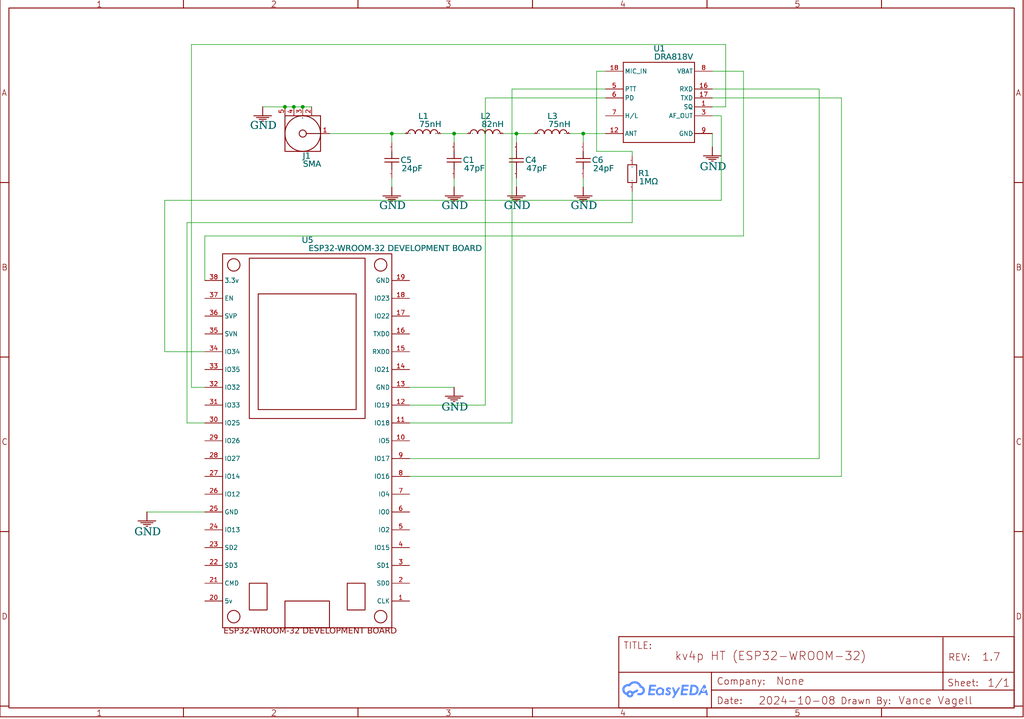
<source format=kicad_sch>
(kicad_sch (version 20231120) (generator "eeschema") (generator_version "8.0")
  (paper "User" 292.1 205.105)
  (lib_symbols
    (symbol "C1005NP0240JGTS"
      (property "Reference" "C5" (at 2.54 0.8763 0))
      (property "Value" "24pF" (at 2.54 -1.4351 0))
      (symbol "C1005NP0240JGTS_0_0"
        (pin unspecified line (at 0 -5.08 90) (length 2.54) (name "1") (number "1"))
        (pin unspecified line (at 0 5.08 270) (length 2.54) (name "2") (number "2"))
      )
    )
    (symbol "C1005NP0240JGTS_1"
      (property "Reference" "C6" (at 2.54 0.8763 0))
      (property "Value" "24pF" (at 2.54 -1.4351 0))
      (symbol "C1005NP0240JGTS_1_0_0"
        (pin unspecified line (at 0 -5.08 90) (length 2.54) (name "1") (number "1"))
        (pin unspecified line (at 0 5.08 270) (length 2.54) (name "2") (number "2"))
      )
    )
    (symbol "C1608NP0470JGTS"
      (property "Reference" "C1" (at 2.54 0.8763 0))
      (property "Value" "47pF" (at 2.54 -1.4097 0))
      (symbol "C1608NP0470JGTS_0_0"
        (pin unspecified line (at 0 -5.08 90) (length 2.54) (name "1") (number "1"))
        (pin unspecified line (at 0 5.08 270) (length 2.54) (name "2") (number "2"))
      )
    )
    (symbol "C1608NP0470JGTS_1"
      (property "Reference" "C4" (at 2.54 0.8763 0))
      (property "Value" "47pF" (at 2.54 -1.4097 0))
      (symbol "C1608NP0470JGTS_1_0_0"
        (pin unspecified line (at 0 -5.08 90) (length 2.54) (name "1") (number "1"))
        (pin unspecified line (at 0 5.08 270) (length 2.54) (name "2") (number "2"))
      )
    )
    (symbol "CONSMA002"
      (property "Reference" "J1" (at -1.2446 -6.8199 0))
      (property "Value" "SMA" (at -1.2446 -9.0551 0))
      (symbol "CONSMA002_0_0"
        (pin unspecified line (at 6.35 -1.27 180) (length 2.54) (name "Signal") (number "1"))
        (pin passive line (at 1.27 6.35 270) (length 2.54) (name "GND") (number "2"))
        (pin passive line (at -1.27 6.35 270) (length 2.54) (name "GND") (number "3"))
        (pin passive line (at -3.81 6.35 270) (length 2.54) (name "GND") (number "4"))
        (pin passive line (at -6.35 6.35 270) (length 2.54) (name "GND") (number "5"))
      )
    )
    (symbol "DRA818V_DRA818V"
      (property "Reference" "U1" (at -1.4986 16.4211 0))
      (property "Value" "DRA818V" (at -1.4986 14.1351 0))
      (symbol "DRA818V_DRA818V_0_0"
        (pin bidirectional line (at 15.24 -1.016 180) (length 4.9784) (name "SQ") (number "1"))
        (pin bidirectional line (at 15.24 -8.636 180) (length 4.9784) (name "GND") (number "10"))
        (pin bidirectional line (at -15.24 -8.636 0) (length 4.9784) (name "ANT") (number "12"))
        (pin bidirectional line (at 15.24 4.064 180) (length 4.9784) (name "RXD") (number "16"))
        (pin bidirectional line (at 15.24 1.524 180) (length 4.9784) (name "TXD") (number "17"))
        (pin bidirectional line (at -15.24 9.144 0) (length 4.9784) (name "MIC_IN") (number "18"))
        (pin bidirectional line (at 15.24 -3.556 180) (length 4.9784) (name "AF_OUT") (number "3"))
        (pin bidirectional line (at -15.24 4.064 0) (length 4.9784) (name "PTT") (number "5"))
        (pin bidirectional line (at -15.24 1.524 0) (length 4.9784) (name "PD") (number "6"))
        (pin bidirectional line (at -15.24 -3.556 0) (length 4.9784) (name "H/L") (number "7"))
        (pin bidirectional line (at 15.24 9.144 180) (length 4.9784) (name "VBAT") (number "8"))
        (pin bidirectional line (at 15.24 -8.636 180) (length 4.9784) (name "GND") (number "9"))
      )
    )
    (symbol "ERJ6ENF1004V"
      (property "Reference" "R1" (at 1.778 0.9271 0))
      (property "Value" "1MΩ" (at 1.778 -1.3589 0))
      (symbol "ERJ6ENF1004V_0_0"
        (pin unspecified line (at 0 -5.08 90) (length 2.54) (name "1") (number "1"))
        (pin unspecified line (at 0 5.08 270) (length 2.54) (name "2") (number "2"))
      )
    )
    (symbol "ESP32-WROOM-32 DEVELOPMENT BOARD"
      (property "Reference" "U5" (at -7.8486 58.0771 0))
      (property "Value" "ESP32-WROOM-32 DEVELOPMENT BOARD" (at -7.8486 55.7911 0))
      (symbol "ESP32-WROOM-32 DEVELOPMENT BOARD_0_0"
        (text "ESP32-WROOM-32 DEVELOPMENT BOARD" (at -30.226 -53.2765 0) (effects (font (size 1.6891 1.6891)) (justify left top)))
        (pin bidirectional line (at 22.86 -45.72 180) (length 5.08) (name "CLK") (number "1"))
        (pin bidirectional line (at 22.86 0 180) (length 5.08) (name "IO5") (number "10"))
        (pin bidirectional line (at 22.86 5.08 180) (length 5.08) (name "IO18") (number "11"))
        (pin bidirectional line (at 22.86 10.16 180) (length 5.08) (name "IO19") (number "12"))
        (pin passive line (at 22.86 15.24 180) (length 5.08) (name "GND") (number "13"))
        (pin bidirectional line (at 22.86 20.32 180) (length 5.08) (name "IO21") (number "14"))
        (pin bidirectional line (at 22.86 25.4 180) (length 5.08) (name "RXD0") (number "15"))
        (pin bidirectional line (at 22.86 30.48 180) (length 5.08) (name "TXD0") (number "16"))
        (pin bidirectional line (at 22.86 35.56 180) (length 5.08) (name "IO22") (number "17"))
        (pin bidirectional line (at 22.86 40.64 180) (length 5.08) (name "IO23") (number "18"))
        (pin passive line (at 22.86 45.72 180) (length 5.08) (name "GND") (number "19"))
        (pin bidirectional line (at 22.86 -40.64 180) (length 5.08) (name "SD0") (number "2"))
        (pin passive line (at -35.56 -45.72 0) (length 5.08) (name "5v") (number "20"))
        (pin bidirectional line (at -35.56 -40.64 0) (length 5.08) (name "CMD") (number "21"))
        (pin bidirectional line (at -35.56 -35.56 0) (length 5.08) (name "SD3") (number "22"))
        (pin bidirectional line (at -35.56 -30.48 0) (length 5.08) (name "SD2") (number "23"))
        (pin bidirectional line (at -35.56 -25.4 0) (length 5.08) (name "IO13") (number "24"))
        (pin passive line (at -35.56 -20.32 0) (length 5.08) (name "GND") (number "25"))
        (pin bidirectional line (at -35.56 -15.24 0) (length 5.08) (name "IO12") (number "26"))
        (pin bidirectional line (at -35.56 -10.16 0) (length 5.08) (name "IO14") (number "27"))
        (pin bidirectional line (at -35.56 -5.08 0) (length 5.08) (name "IO27") (number "28"))
        (pin bidirectional line (at -35.56 0 0) (length 5.08) (name "IO26") (number "29"))
        (pin bidirectional line (at 22.86 -35.56 180) (length 5.08) (name "SD1") (number "3"))
        (pin bidirectional line (at -35.56 5.08 0) (length 5.08) (name "IO25") (number "30"))
        (pin bidirectional line (at -35.56 10.16 0) (length 5.08) (name "IO33") (number "31"))
        (pin bidirectional line (at -35.56 15.24 0) (length 5.08) (name "IO32") (number "32"))
        (pin bidirectional line (at -35.56 20.32 0) (length 5.08) (name "IO35") (number "33"))
        (pin bidirectional line (at -35.56 25.4 0) (length 5.08) (name "IO34") (number "34"))
        (pin bidirectional line (at -35.56 30.48 0) (length 5.08) (name "SVN") (number "35"))
        (pin bidirectional line (at -35.56 35.56 0) (length 5.08) (name "SVP") (number "36"))
        (pin bidirectional line (at -35.56 40.64 0) (length 5.08) (name "EN") (number "37"))
        (pin passive line (at -35.56 45.72 0) (length 5.08) (name "3.3v") (number "38"))
        (pin bidirectional line (at 22.86 -30.48 180) (length 5.08) (name "IO15") (number "4"))
        (pin bidirectional line (at 22.86 -25.4 180) (length 5.08) (name "IO2") (number "5"))
        (pin bidirectional line (at 22.86 -20.32 180) (length 5.08) (name "IO0") (number "6"))
        (pin bidirectional line (at 22.86 -15.24 180) (length 5.08) (name "IO4") (number "7"))
        (pin bidirectional line (at 22.86 -10.16 180) (length 5.08) (name "IO16") (number "8"))
        (pin bidirectional line (at 22.86 -5.08 180) (length 5.08) (name "IO17") (number "9"))
      )
    )
    (symbol "FEC1008CP-82NG-LRH"
      (property "Reference" "L2" (at -1.2954 5.7785 0))
      (property "Value" "82nH" (at -1.2954 3.5433 0))
      (symbol "FEC1008CP-82NG-LRH_0_0"
        (pin unspecified line (at -5.08 0 0) (length 0.762) (name "1") (number "1"))
        (pin unspecified line (at 5.08 0 180) (length 0.762) (name "2") (number "2"))
      )
    )
    (symbol "GND" (power) (pin_numbers hide) (pin_names hide)
      (property "Value" "GND" (at 0 6.35 0))
      (symbol "GND_0_0"
        (pin power_in line (at 0 0 270) (length 0) (name "GND") (number "1"))
      )
    )
    (symbol "HEC1008-75NJ-T"
      (property "Reference" "L1" (at -1.2954 5.7785 0))
      (property "Value" "75nH" (at -1.2954 3.5433 0))
      (symbol "HEC1008-75NJ-T_0_0"
        (pin unspecified line (at -5.08 0 0) (length 0.762) (name "1") (number "1"))
        (pin unspecified line (at 5.08 0 180) (length 0.762) (name "2") (number "2"))
      )
    )
    (symbol "HEC1008-75NJ-T_1"
      (property "Reference" "L3" (at -1.2954 5.7785 0))
      (property "Value" "75nH" (at -1.2954 3.5433 0))
      (symbol "HEC1008-75NJ-T_1_0_0"
        (pin unspecified line (at -5.08 0 0) (length 0.762) (name "1") (number "1"))
        (pin unspecified line (at 5.08 0 180) (length 0.762) (name "2") (number "2"))
      )
    )
    (symbol "Unknown_0_-806"
      (symbol "Unknown_0_-806_0_0"
        (text "1" (at 27.432 -202.6539 0) (effects (font (size 1.6891 1.6891)) (justify left top)))
        (text "1" (at 27.432 -0.4699 0) (effects (font (size 1.6891 1.6891)) (justify left top)))
        (text "1.7" (at 280.0604 -186.3471 0) (effects (font (size 2.1717 2.1717)) (justify left top)))
        (text "1/1" (at 281.5844 -193.7639 0) (effects (font (size 2.1717 2.1717)) (justify left top)))
        (text "2" (at 77.216 -202.6539 0) (effects (font (size 1.6891 1.6891)) (justify left top)))
        (text "2" (at 77.216 -0.4699 0) (effects (font (size 1.6891 1.6891)) (justify left top)))
        (text "2024-10-08" (at 216.3064 -198.8439 0) (effects (font (size 2.1717 2.1717)) (justify left top)))
        (text "3" (at 127 -202.6539 0) (effects (font (size 1.6891 1.6891)) (justify left top)))
        (text "3" (at 127 -0.4699 0) (effects (font (size 1.6891 1.6891)) (justify left top)))
        (text "4" (at 176.784 -202.6539 0) (effects (font (size 1.6891 1.6891)) (justify left top)))
        (text "4" (at 176.784 -0.4699 0) (effects (font (size 1.6891 1.6891)) (justify left top)))
        (text "5" (at 226.568 -202.6539 0) (effects (font (size 1.6891 1.6891)) (justify left top)))
        (text "5" (at 226.568 -0.4699 0) (effects (font (size 1.6891 1.6891)) (justify left top)))
        (text "A" (at 0.381 -25.7429 0) (effects (font (size 1.6891 1.6891)) (justify left top)))
        (text "A" (at 289.687 -25.7429 0) (effects (font (size 1.6891 1.6891)) (justify left top)))
        (text "B" (at 0.381 -75.5269 0) (effects (font (size 1.6891 1.6891)) (justify left top)))
        (text "B" (at 289.687 -75.5269 0) (effects (font (size 1.6891 1.6891)) (justify left top)))
        (text "C" (at 0.381 -125.3109 0) (effects (font (size 1.6891 1.6891)) (justify left top)))
        (text "C" (at 289.687 -125.3109 0) (effects (font (size 1.6891 1.6891)) (justify left top)))
        (text "Company:" (at 204.3684 -193.4464 0) (effects (font (size 1.9304 1.9304)) (justify left top)))
        (text "D" (at 0.381 -175.0949 0) (effects (font (size 1.6891 1.6891)) (justify left top)))
        (text "D" (at 289.687 -175.0949 0) (effects (font (size 1.6891 1.6891)) (justify left top)))
        (text "Date:" (at 204.3684 -198.9836 0) (effects (font (size 1.9304 1.9304)) (justify left top)))
        (text "Drawn By:" (at 239.6744 -199.0344 0) (effects (font (size 1.9304 1.9304)) (justify left top)))
        (text "kv4p HT (ESP32-WROOM-32)" (at 192.4304 -185.928 0) (effects (font (size 2.413 2.413)) (justify left top)))
        (text "None" (at 221.2848 -193.2305 0) (effects (font (size 2.1717 2.1717)) (justify left top)))
        (text "REV:" (at 270.4084 -186.5884 0) (effects (font (size 1.9304 1.9304)) (justify left top)))
        (text "Sheet:" (at 270.1544 -193.9036 0) (effects (font (size 1.9304 1.9304)) (justify left top)))
        (text "TITLE:" (at 177.7746 -183.2356 0) (effects (font (size 1.9304 1.9304)) (justify left top)))
        (text "Vance Vagell" (at 256.1844 -198.7931 0) (effects (font (size 2.1717 2.1717)) (justify left top)))
      )
    )
  )
  (junction (at 166.37 38.1))
  (junction (at 83.82 30.48))
  (junction (at 86.36 30.48))
  (junction (at 81.28 30.48))
  (junction (at 129.54 38.1))
  (junction (at 147.32 38.1))
  (junction (at 111.76 38.1))
  (wire (pts (xy 129.54 38.1) (xy 125.73 38.1)))
  (wire (pts (xy 146.05 120.65) (xy 116.84 120.65)))
  (wire (pts (xy 147.32 38.1) (xy 143.51 38.1)))
  (wire (pts (xy 54.61 110.49) (xy 58.42 110.49)))
  (wire (pts (xy 207.01 12.7) (xy 54.61 12.7)))
  (wire (pts (xy 166.37 53.34) (xy 166.37 50.8)))
  (wire (pts (xy 172.72 27.94) (xy 138.43 27.94)))
  (wire (pts (xy 233.68 130.81) (xy 116.84 130.81)))
  (wire (pts (xy 203.2 30.48) (xy 207.01 30.48)))
  (wire (pts (xy 115.57 38.1) (xy 111.76 38.1)))
  (wire (pts (xy 166.37 40.64) (xy 166.37 38.1)))
  (wire (pts (xy 172.72 20.32) (xy 170.18 20.32)))
  (wire (pts (xy 203.2 25.4) (xy 233.68 25.4)))
  (wire (pts (xy 138.43 27.94) (xy 138.43 115.57)))
  (wire (pts (xy 212.09 20.32) (xy 212.09 67.31)))
  (wire (pts (xy 58.42 67.31) (xy 58.42 80.01)))
  (wire (pts (xy 172.72 38.1) (xy 166.37 38.1)))
  (wire (pts (xy 46.99 57.15) (xy 46.99 100.33)))
  (wire (pts (xy 166.37 38.1) (xy 162.56 38.1)))
  (wire (pts (xy 180.34 54.61) (xy 180.34 63.5)))
  (wire (pts (xy 180.34 43.18) (xy 170.18 43.18)))
  (wire (pts (xy 53.34 63.5) (xy 53.34 120.65)))
  (wire (pts (xy 240.03 135.89) (xy 116.84 135.89)))
  (wire (pts (xy 133.35 38.1) (xy 129.54 38.1)))
  (wire (pts (xy 46.99 100.33) (xy 58.42 100.33)))
  (wire (pts (xy 233.68 25.4) (xy 233.68 130.81)))
  (wire (pts (xy 81.28 30.48) (xy 83.82 30.48)))
  (wire (pts (xy 58.42 146.05) (xy 41.91 146.05)))
  (wire (pts (xy 129.54 40.64) (xy 129.54 38.1)))
  (wire (pts (xy 54.61 12.7) (xy 54.61 110.49)))
  (wire (pts (xy 138.43 115.57) (xy 116.84 115.57)))
  (wire (pts (xy 58.42 67.31) (xy 212.09 67.31)))
  (wire (pts (xy 205.74 33.02) (xy 205.74 57.15)))
  (wire (pts (xy 83.82 30.48) (xy 86.36 30.48)))
  (wire (pts (xy 129.54 53.34) (xy 129.54 50.8)))
  (wire (pts (xy 180.34 44.45) (xy 180.34 43.18)))
  (wire (pts (xy 152.4 38.1) (xy 147.32 38.1)))
  (wire (pts (xy 116.84 110.49) (xy 129.54 110.49)))
  (wire (pts (xy 172.72 25.4) (xy 146.05 25.4)))
  (wire (pts (xy 203.2 38.1) (xy 203.2 41.91)))
  (wire (pts (xy 207.01 30.48) (xy 207.01 12.7)))
  (wire (pts (xy 93.98 38.1) (xy 111.76 38.1)))
  (wire (pts (xy 203.2 20.32) (xy 212.09 20.32)))
  (wire (pts (xy 147.32 40.64) (xy 147.32 38.1)))
  (wire (pts (xy 203.2 33.02) (xy 205.74 33.02)))
  (wire (pts (xy 111.76 38.1) (xy 111.76 40.64)))
  (wire (pts (xy 240.03 27.94) (xy 240.03 135.89)))
  (wire (pts (xy 74.93 30.48) (xy 81.28 30.48)))
  (wire (pts (xy 53.34 120.65) (xy 58.42 120.65)))
  (wire (pts (xy 146.05 25.4) (xy 146.05 120.65)))
  (wire (pts (xy 170.18 20.32) (xy 170.18 43.18)))
  (wire (pts (xy 46.99 57.15) (xy 205.74 57.15)))
  (wire (pts (xy 86.36 30.48) (xy 88.9 30.48)))
  (wire (pts (xy 147.32 50.8) (xy 147.32 53.34)))
  (wire (pts (xy 180.34 63.5) (xy 53.34 63.5)))
  (wire (pts (xy 203.2 27.94) (xy 240.03 27.94)))
  (wire (pts (xy 111.76 53.34) (xy 111.76 50.8)))
  (symbol (lib_id "C1608NP0470JGTS") (at 129.54 45.72 0) (unit 0)
    (property "Reference" "C1" (at 132.08 44.8437 0) (effects (font (size 1.6891 1.6891)) (justify left top)))
    (property "Value" "47pF" (at 132.08 47.1297 0) (effects (font (size 1.6891 1.6891)) (justify left top)))
    (property "Manufacturer Part" "C1608NP0470JGTS" (effects (hide yes)))
    (property "Manufacturer" "DARFON(达方)" (effects (hide yes)))
    (property "Supplier Part" "C725574" (effects (hide yes)))
    (property "Supplier" "LCSC" (effects (hide yes)))
  )
  (symbol (lib_id "GND") (at 129.54 110.49 0) (unit 0)
    (property "Reference" "#PWR?" (effects (hide yes)))
    (property "Value" "GND" (at 126.238 117.4242 0) (effects (font (size 2.1717 2.1717)) (justify left bottom)))
    (property "Description" "Power symbol creates a global label with name 'GND'" (effects (hide yes)))
  )
  (symbol (lib_id "FEC1008CP-82NG-LRH") (at 138.43 38.1 0) (unit 0)
    (property "Reference" "L2" (at 137.1346 32.3215 0) (effects (font (size 1.6891 1.6891)) (justify left top)))
    (property "Value" "82nH" (at 137.1346 34.5567 0) (effects (font (size 1.6891 1.6891)) (justify left top)))
    (property "Manufacturer Part" "FEC1008CP-82NG-LRH" (effects (hide yes)))
    (property "Manufacturer" "PSA(信昌电陶)" (effects (hide yes)))
    (property "Supplier Part" "C346434" (effects (hide yes)))
    (property "Supplier" "LCSC" (effects (hide yes)))
  )
  (symbol (lib_id "GND") (at 147.32 53.34 0) (unit 0)
    (property "Reference" "#PWR?" (effects (hide yes)))
    (property "Value" "GND" (at 144.018 59.944 0) (effects (font (size 2.1717 2.1717)) (justify left bottom)))
    (property "Description" "Power symbol creates a global label with name 'GND'" (effects (hide yes)))
  )
  (symbol (lib_id "C1005NP0240JGTS") (at 111.76 45.72 0) (unit 0)
    (property "Reference" "C5" (at 114.3 44.8437 0) (effects (font (size 1.6891 1.6891)) (justify left top)))
    (property "Value" "24pF" (at 114.3 47.1551 0) (effects (font (size 1.6891 1.6891)) (justify left top)))
    (property "Manufacturer Part" "C1005NP0240JGTS" (effects (hide yes)))
    (property "Manufacturer" "DARFON(达方)" (effects (hide yes)))
    (property "Supplier Part" "C147433" (effects (hide yes)))
    (property "Supplier" "LCSC" (effects (hide yes)))
  )
  (symbol (lib_id "CONSMA002") (at 87.63 36.83 0) (unit 0)
    (property "Reference" "J1" (at 86.3854 43.6499 0) (effects (font (size 1.6891 1.6891)) (justify left top)))
    (property "Value" "SMA" (at 86.3854 45.8851 0) (effects (font (size 1.6891 1.6891)) (justify left top)))
  )
  (symbol (lib_id "ESP32-WROOM-32 DEVELOPMENT BOARD") (at 93.98 125.73 0) (unit 0)
    (property "Reference" "U5" (at 86.1314 67.6529 0) (effects (font (size 1.6891 1.6891)) (justify left top)))
    (property "Value" "ESP32-WROOM-32 DEVELOPMENT BOARD" (at 86.1314 69.9389 0) (effects (font (size 1.6891 1.6891)) (justify left top)))
  )
  (symbol (lib_id "C1608NP0470JGTS_1") (at 147.32 45.72 0) (unit 0)
    (property "Reference" "C4" (at 149.86 44.8437 0) (effects (font (size 1.6891 1.6891)) (justify left top)))
    (property "Value" "47pF" (at 149.86 47.1297 0) (effects (font (size 1.6891 1.6891)) (justify left top)))
    (property "Manufacturer Part" "C1608NP0470JGTS" (effects (hide yes)))
    (property "Manufacturer" "DARFON(达方)" (effects (hide yes)))
    (property "Supplier Part" "C725574" (effects (hide yes)))
    (property "Supplier" "LCSC" (effects (hide yes)))
  )
  (symbol (lib_id "GND") (at 41.91 146.05 0) (unit 0)
    (property "Reference" "#PWR?" (effects (hide yes)))
    (property "Value" "GND" (at 38.608 152.9842 0) (effects (font (size 2.1717 2.1717)) (justify left bottom)))
    (property "Description" "Power symbol creates a global label with name 'GND'" (effects (hide yes)))
  )
  (symbol (lib_id "DRA818V_DRA818V") (at 187.96 29.464 0) (unit 0)
    (property "Reference" "U1" (at 186.4614 13.0429 0) (effects (font (size 1.6891 1.6891)) (justify left top)))
    (property "Value" "DRA818V" (at 186.4614 15.3289 0) (effects (font (size 1.6891 1.6891)) (justify left top)))
  )
  (symbol (lib_id "HEC1008-75NJ-T") (at 120.65 38.1 0) (unit 0)
    (property "Reference" "L1" (at 119.3546 32.3215 0) (effects (font (size 1.6891 1.6891)) (justify left top)))
    (property "Value" "75nH" (at 119.3546 34.5567 0) (effects (font (size 1.6891 1.6891)) (justify left top)))
    (property "Manufacturer Part" "HEC1008-75NJ-T" (effects (hide yes)))
    (property "Manufacturer" "EMTEK(兆欣)" (effects (hide yes)))
    (property "Supplier Part" "C251931" (effects (hide yes)))
    (property "Supplier" "LCSC" (effects (hide yes)))
  )
  (symbol (lib_id "GND") (at 74.93 30.48 0) (unit 0)
    (property "Reference" "#PWR?" (effects (hide yes)))
    (property "Value" "GND" (at 71.628 37.084 0) (effects (font (size 2.1717 2.1717)) (justify left bottom)))
    (property "Description" "Power symbol creates a global label with name 'GND'" (effects (hide yes)))
  )
  (symbol (lib_id "HEC1008-75NJ-T_1") (at 157.48 38.1 0) (unit 0)
    (property "Reference" "L3" (at 156.1846 32.3215 0) (effects (font (size 1.6891 1.6891)) (justify left top)))
    (property "Value" "75nH" (at 156.1846 34.5567 0) (effects (font (size 1.6891 1.6891)) (justify left top)))
    (property "Manufacturer Part" "HEC1008-75NJ-T" (effects (hide yes)))
    (property "Manufacturer" "EMTEK(兆欣)" (effects (hide yes)))
    (property "Supplier Part" "C251931" (effects (hide yes)))
    (property "Supplier" "LCSC" (effects (hide yes)))
  )
  (symbol (lib_id "GND") (at 111.76 53.34 0) (unit 0)
    (property "Reference" "#PWR?" (effects (hide yes)))
    (property "Value" "GND" (at 108.458 59.944 0) (effects (font (size 2.1717 2.1717)) (justify left bottom)))
    (property "Description" "Power symbol creates a global label with name 'GND'" (effects (hide yes)))
  )
  (symbol (lib_id "Unknown_0_-806") (at 0 -0.254 0) (unit 0)
    (property "Reference" "A" (effects (hide yes)))
    (property "Value" "A" (effects (hide yes)))
    (property "Manufacturer Part" "?" (effects (hide yes)))
  )
  (symbol (lib_id "GND") (at 203.2 41.91 0) (unit 0)
    (property "Reference" "#PWR?" (effects (hide yes)))
    (property "Value" "GND" (at 199.898 48.8442 0) (effects (font (size 2.1717 2.1717)) (justify left bottom)))
    (property "Description" "Power symbol creates a global label with name 'GND'" (effects (hide yes)))
  )
  (symbol (lib_id "GND") (at 129.54 53.34 0) (unit 0)
    (property "Reference" "#PWR?" (effects (hide yes)))
    (property "Value" "GND" (at 126.238 59.944 0) (effects (font (size 2.1717 2.1717)) (justify left bottom)))
    (property "Description" "Power symbol creates a global label with name 'GND'" (effects (hide yes)))
  )
  (symbol (lib_id "GND") (at 166.37 53.34 0) (unit 0)
    (property "Reference" "#PWR?" (effects (hide yes)))
    (property "Value" "GND" (at 163.068 59.944 0) (effects (font (size 2.1717 2.1717)) (justify left bottom)))
    (property "Description" "Power symbol creates a global label with name 'GND'" (effects (hide yes)))
  )
  (symbol (lib_id "C1005NP0240JGTS_1") (at 166.37 45.72 0) (unit 0)
    (property "Reference" "C6" (at 168.91 44.8437 0) (effects (font (size 1.6891 1.6891)) (justify left top)))
    (property "Value" "24pF" (at 168.91 47.1551 0) (effects (font (size 1.6891 1.6891)) (justify left top)))
    (property "Manufacturer Part" "C1005NP0240JGTS" (effects (hide yes)))
    (property "Manufacturer" "DARFON(达方)" (effects (hide yes)))
    (property "Supplier Part" "C147433" (effects (hide yes)))
    (property "Supplier" "LCSC" (effects (hide yes)))
  )
  (symbol (lib_id "ERJ6ENF1004V") (at 180.34 49.53 0) (unit 0)
    (property "Reference" "R1" (at 182.118 48.6029 0) (effects (font (size 1.6891 1.6891)) (justify left top)))
    (property "Value" "1MΩ" (at 182.118 50.8889 0) (effects (font (size 1.6891 1.6891)) (justify left top)))
    (property "Manufacturer Part" "ERJ6ENF1004V" (effects (hide yes)))
    (property "Manufacturer" "PANASONIC(松下)" (effects (hide yes)))
    (property "Supplier Part" "C413339" (effects (hide yes)))
    (property "Supplier" "LCSC" (effects (hide yes)))
  )
)
</source>
